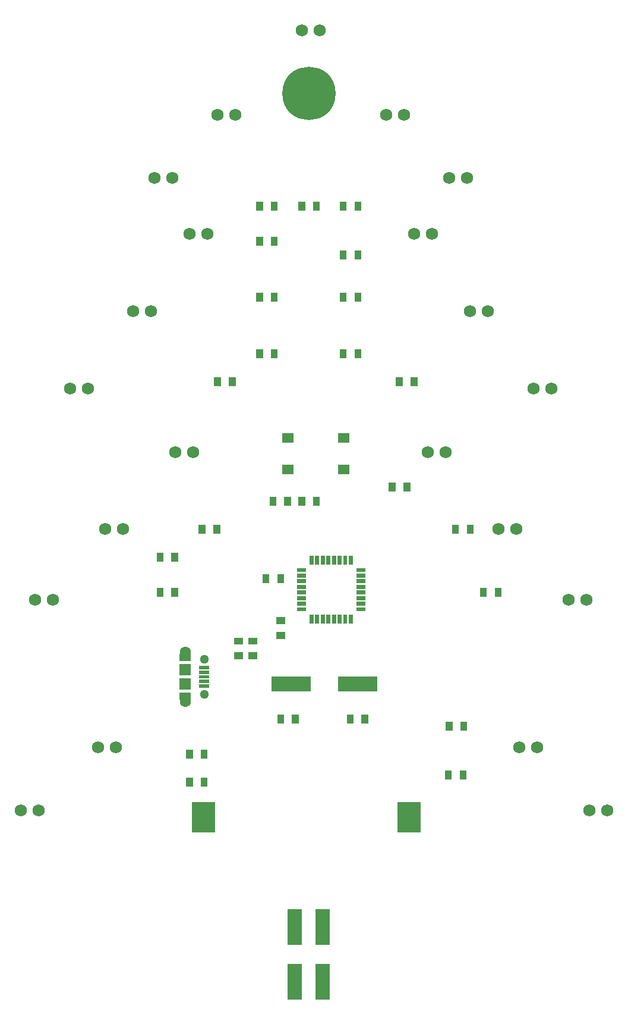
<source format=gbr>
G04 start of page 6 for group -4063 idx -4063 *
G04 Title: (unknown), componentmask *
G04 Creator: pcb 20140316 *
G04 CreationDate: Wed 05 Dec 2018 13:19:10 GMT UTC *
G04 For: david *
G04 Format: Gerber/RS-274X *
G04 PCB-Dimensions (mil): 5803.15 7874.02 *
G04 PCB-Coordinate-Origin: lower left *
%MOIN*%
%FSLAX25Y25*%
%LNTOPMASK*%
%ADD69R,0.0539X0.0539*%
%ADD68R,0.0224X0.0224*%
%ADD67R,0.0815X0.0815*%
%ADD66R,0.1287X0.1287*%
%ADD65R,0.0401X0.0401*%
%ADD64R,0.0618X0.0618*%
%ADD63R,0.0185X0.0185*%
%ADD62R,0.0382X0.0382*%
%ADD61C,0.2992*%
%ADD60C,0.0512*%
%ADD59C,0.0630*%
%ADD58C,0.0680*%
G54D58*X35433Y330709D03*
X45433D03*
X78740Y366142D03*
X88740D03*
X43307Y448819D03*
X53307D03*
X82677Y488189D03*
X92677D03*
X122047Y531496D03*
X132047D03*
G54D59*X127560Y419291D03*
Y391733D03*
G54D60*X138189Y415354D03*
Y395670D03*
G54D58*X129921Y653543D03*
X139921D03*
X255906D03*
X265906D03*
X62992Y566929D03*
X72992D03*
X98425Y610236D03*
X108425D03*
X263780Y531496D03*
X273780D03*
X287402Y610236D03*
X297402D03*
X322835Y566929D03*
X332835D03*
X192913Y767717D03*
X202913D03*
G54D61*X196850Y732283D03*
G54D58*X145669Y720472D03*
X155669D03*
X110236Y685039D03*
X120236D03*
X275591D03*
X285591D03*
X240157Y720472D03*
X250157D03*
X354331Y330709D03*
X364331D03*
X314961Y366142D03*
X324961D03*
X342520Y448819D03*
X352520D03*
X303150Y488189D03*
X313150D03*
G54D62*X177558Y587204D02*Y586024D01*
X169291Y587204D02*Y586024D01*
X216142Y587204D02*Y586024D01*
X224409Y587204D02*Y586024D01*
X153936Y571456D02*Y570276D01*
X145669Y571456D02*Y570276D01*
X216142Y618700D02*Y617520D01*
X224409Y618700D02*Y617520D01*
X177558Y618700D02*Y617520D01*
X169291Y618700D02*Y617520D01*
G54D63*X136319Y410630D02*X140059D01*
X136319Y408071D02*X140059D01*
X136319Y405512D02*X140059D01*
X136319Y402953D02*X140059D01*
X136319Y400394D02*X140059D01*
G54D64*X127461Y409449D02*X127658D01*
X127461Y401575D02*X127658D01*
G54D65*X126378Y394587D02*X128741D01*
G54D62*X164764Y417323D02*X165944D01*
X164764Y425590D02*X165944D01*
X156890Y417323D02*X158070D01*
G54D65*X126378Y416437D02*X128741D01*
G54D62*X156890Y425590D02*X158070D01*
X145276Y488779D02*Y487599D01*
X137009Y488779D02*Y487599D01*
X121654Y473031D02*Y471851D01*
X113387Y473031D02*Y471851D01*
X121653Y453346D02*Y452166D01*
X113386Y453346D02*Y452166D01*
X138188Y362795D02*Y361615D01*
X129921Y362795D02*Y361615D01*
G54D66*X137795Y324804D02*Y328740D01*
G54D62*X138188Y347047D02*Y345867D01*
X129921Y347047D02*Y345867D01*
G54D67*X204724Y240551D02*Y228741D01*
Y271259D02*Y259449D01*
X188976Y240551D02*Y228741D01*
Y271259D02*Y259449D01*
G54D66*X253149Y324804D02*Y328740D01*
G54D62*X275198Y350984D02*Y349804D01*
X283465Y350984D02*Y349804D01*
G54D68*X198424Y439173D02*Y436419D01*
G54D62*X180512Y437008D02*X181692D01*
G54D68*X201573Y439173D02*Y436419D01*
X204723Y439173D02*Y436419D01*
X207872Y439173D02*Y436419D01*
G54D67*X180119Y401575D02*X193897D01*
G54D62*X189369Y382480D02*Y381300D01*
X181102Y382480D02*Y381300D01*
X180512Y428741D02*X181692D01*
G54D67*X217519Y401575D02*X231299D01*
G54D62*X220079Y382480D02*Y381300D01*
X228346Y382480D02*Y381300D01*
X275591Y378543D02*Y377363D01*
X283858Y378543D02*Y377363D01*
G54D68*X211022Y439173D02*Y436419D01*
X214172Y439173D02*Y436419D01*
X217321Y439173D02*Y436419D01*
X220471Y439173D02*Y436419D01*
X224605Y443307D02*X227361D01*
X224605Y446457D02*X227361D01*
X224605Y449607D02*X227361D01*
X224605Y452756D02*X227361D01*
X224605Y455906D02*X227361D01*
X224605Y459055D02*X227361D01*
G54D62*X294883Y453346D02*Y452166D01*
X303150Y453346D02*Y452166D01*
X279135Y488779D02*Y487599D01*
X287402Y488779D02*Y487599D01*
G54D68*X224605Y462205D02*X227361D01*
X224605Y465355D02*X227361D01*
X220471Y472244D02*Y469488D01*
X217321Y472244D02*Y469488D01*
X214172Y472244D02*Y469488D01*
G54D69*X216043Y539370D02*X217027D01*
X216043Y521654D02*X217027D01*
G54D62*X243702Y512401D02*Y511221D01*
X251969Y512401D02*Y511221D01*
X247639Y571456D02*Y570276D01*
X255906Y571456D02*Y570276D01*
G54D68*X211022Y472244D02*Y469488D01*
X207872Y472244D02*Y469488D01*
X204723Y472244D02*Y469488D01*
X201573Y472244D02*Y469488D01*
X198424Y472244D02*Y469488D01*
G54D62*X201180Y504527D02*Y503347D01*
G54D68*X191535Y465355D02*X194291D01*
X191535Y462205D02*X194291D01*
X191535Y459055D02*X194291D01*
G54D62*X172835Y461220D02*Y460040D01*
X181102Y461220D02*Y460040D01*
G54D68*X191535Y455906D02*X194291D01*
X191535Y452756D02*X194291D01*
X191535Y449607D02*X194291D01*
X191535Y446457D02*X194291D01*
X191535Y443307D02*X194291D01*
G54D69*X184744Y539370D02*X185728D01*
X184744Y521654D02*X185728D01*
G54D62*X176772Y504527D02*Y503347D01*
X185039Y504527D02*Y503347D01*
X192913Y504527D02*Y503347D01*
X216142Y669881D02*Y668701D01*
X224409Y669881D02*Y668701D01*
X177558Y669881D02*Y668701D01*
X169291Y669881D02*Y668701D01*
X192913Y669881D02*Y668701D01*
X201180Y669881D02*Y668701D01*
X216142Y642322D02*Y641142D01*
X224409Y642322D02*Y641142D01*
X177558Y650196D02*Y649016D01*
X169291Y650196D02*Y649016D01*
M02*

</source>
